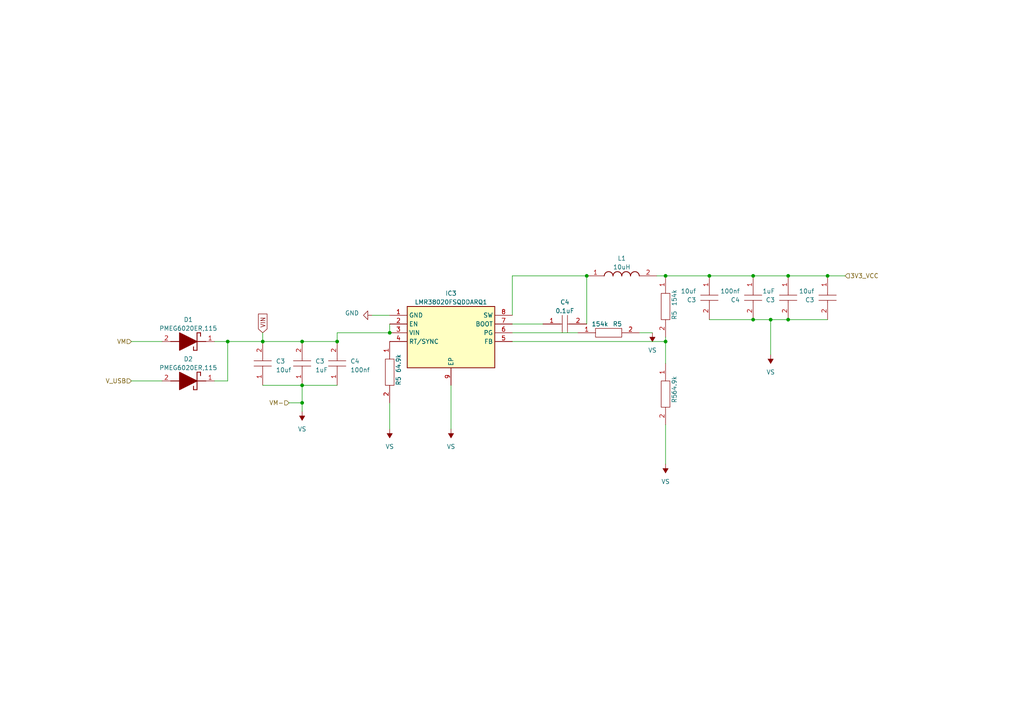
<source format=kicad_sch>
(kicad_sch (version 20230121) (generator eeschema)
  (paper "A4")
  (lib_symbols
    (symbol "SamacSys_Parts:0402B102K500NT" (pin_names (offset 0.762))
      (property "Reference" "C" (at 8.89 6.35 0))
      (property "Value" "0402B102K500NT" (at 8.89 3.81 0))
      (symbol "0402B102K500NT_0_0"
        (pin passive line (at 0 0 0) (length 5.08) (name "~") (number "1"))
        (pin passive line (at 12.7 0 180) (length 5.08) (name "~") (number "2"))
      )
      (symbol "0402B102K500NT_0_1"
        (polyline (pts (xy 5.08 0) (xy 5.588 0)) (stroke (width 0.1524)))
        (polyline (pts (xy 5.588 2.54) (xy 5.588 -2.54)) (stroke (width 0.1524)))
        (polyline (pts (xy 7.112 0) (xy 7.62 0)) (stroke (width 0.1524)))
        (polyline (pts (xy 7.112 2.54) (xy 7.112 -2.54)) (stroke (width 0.1524)))
      )
    )
    (symbol "SamacSys_Parts:IHLP2525CZER100M01" (pin_names hide)
      (property "Reference" "L" (at 16.51 6.35 0))
      (property "Value" "IHLP2525CZER100M01" (at 16.51 3.81 0))
      (symbol "IHLP2525CZER100M01_1_1"
        (arc (start 7.62 0) (mid 6.35 1.219) (end 5.08 0) (stroke (width 0.254)))
        (arc (start 10.16 0) (mid 8.89 1.219) (end 7.62 0) (stroke (width 0.254)))
        (arc (start 12.7 0) (mid 11.43 1.219) (end 10.16 0) (stroke (width 0.254)))
        (arc (start 15.24 0) (mid 13.97 1.219) (end 12.7 0) (stroke (width 0.254)))
        (pin passive line (at 0 0 0) (length 5.08) (name "1") (number "1"))
        (pin passive line (at 20.32 0 180) (length 5.08) (name "2") (number "2"))
      )
    )
    (symbol "SamacSys_Parts:LMR38020FSQDDARQ1"
      (property "Reference" "IC" (at 31.75 7.62 0))
      (property "Value" "LMR38020FSQDDARQ1" (at 31.75 5.08 0))
      (symbol "LMR38020FSQDDARQ1_1_1"
        (rectangle (start 5.08 2.54) (end 30.48 -15.24) (stroke (width 0.254)) (fill (type background)))
        (pin passive line (at 0 0 0) (length 5.08) (name "GND") (number "1"))
        (pin passive line (at 0 -2.54 0) (length 5.08) (name "EN") (number "2"))
        (pin passive line (at 0 -5.08 0) (length 5.08) (name "VIN") (number "3"))
        (pin passive line (at 0 -7.62 0) (length 5.08) (name "RT/SYNC") (number "4"))
        (pin passive line (at 35.56 -7.62 180) (length 5.08) (name "FB") (number "5"))
        (pin passive line (at 35.56 -5.08 180) (length 5.08) (name "PG") (number "6"))
        (pin passive line (at 35.56 -2.54 180) (length 5.08) (name "BOOT") (number "7"))
        (pin passive line (at 35.56 0 180) (length 5.08) (name "SW") (number "8"))
        (pin passive line (at 17.78 -20.32 90) (length 5.08) (name "EP") (number "9"))
      )
    )
    (symbol "SamacSys_Parts:PMEG6020ER,115" (pin_names hide)
      (property "Reference" "D" (at 12.7 8.89 0))
      (property "Value" "PMEG6020ER,115" (at 12.7 6.35 0))
      (symbol "PMEG6020ER,115_1_1"
        (polyline (pts (xy 5.08 0) (xy 7.62 0)) (stroke (width 0.254)))
        (polyline (pts (xy 6.604 -1.524) (xy 6.604 -2.54)) (stroke (width 0.254)))
        (polyline (pts (xy 7.62 -2.54) (xy 6.604 -2.54)) (stroke (width 0.254)))
        (polyline (pts (xy 7.62 2.54) (xy 7.62 -2.54)) (stroke (width 0.254)))
        (polyline (pts (xy 7.62 2.54) (xy 8.636 2.54)) (stroke (width 0.254)))
        (polyline (pts (xy 8.636 1.524) (xy 8.636 2.54)) (stroke (width 0.254)))
        (polyline (pts (xy 12.7 0) (xy 15.24 0)) (stroke (width 0.254)))
        (polyline (pts (xy 7.62 0) (xy 12.7 2.54) (xy 12.7 -2.54) (xy 7.62 0)) (stroke (width 0.254)) (fill (type outline)))
        (pin passive line (at 2.54 0 0) (length 2.54) (name "K") (number "1"))
        (pin passive line (at 17.78 0 180) (length 2.54) (name "A") (number "2"))
      )
    )
    (symbol "SamacSys_Parts:RMCF0603ZT0R00" (pin_names (offset 0.762))
      (property "Reference" "R" (at 13.97 6.35 0))
      (property "Value" "RMCF0603ZT0R00" (at 13.97 3.81 0))
      (symbol "RMCF0603ZT0R00_0_0"
        (pin passive line (at 0 0 0) (length 5.08) (name "~") (number "1"))
        (pin passive line (at 17.78 0 180) (length 5.08) (name "~") (number "2"))
      )
      (symbol "RMCF0603ZT0R00_0_1"
        (polyline (pts (xy 5.08 1.27) (xy 12.7 1.27) (xy 12.7 -1.27) (xy 5.08 -1.27) (xy 5.08 1.27)) (stroke (width 0.1524)))
      )
    )
    (symbol "power:GND" (power) (pin_names (offset 0))
      (property "Value" "GND" (at 0 -3.81 0))
      (symbol "GND_0_1"
        (polyline (pts (xy 0 0) (xy 0 -1.27) (xy 1.27 -1.27) (xy 0 -2.54) (xy -1.27 -1.27) (xy 0 -1.27)))
      )
      (symbol "GND_1_1"
        (pin power_in line (at 0 0 270) (length 0) hide (name "GND") (number "1"))
      )
    )
    (symbol "power:VS" (power) (pin_names (offset 0))
      (property "Value" "VS" (at 0 3.81 0))
      (symbol "VS_0_1"
        (polyline (pts (xy 0 0) (xy 0 2.54)))
        (polyline (pts (xy 0.762 1.27) (xy -0.762 1.27) (xy 0 2.54) (xy 0.762 1.27)) (fill (type outline)))
      )
      (symbol "VS_1_1"
        (pin power_in line (at 0 0 90) (length 0) hide (name "VS") (number "1"))
      )
    )
  )
  (junction (at 87.63 99.06))
  (junction (at 228.6 80.01))
  (junction (at 66.04 99.06))
  (junction (at 193.04 99.06))
  (junction (at 240.03 80.01))
  (junction (at 87.63 111.76))
  (junction (at 218.44 80.01))
  (junction (at 228.6 92.71))
  (junction (at 97.79 99.06))
  (junction (at 205.74 80.01))
  (junction (at 76.2 99.06))
  (junction (at 113.03 96.52))
  (junction (at 87.63 116.84))
  (junction (at 218.44 92.71))
  (junction (at 193.04 80.01))
  (junction (at 170.18 80.01))
  (junction (at 223.52 92.71))
  (wire (pts (xy 193.04 80.01) (xy 205.74 80.01)))
  (wire (pts (xy 223.52 92.71) (xy 223.52 102.87)))
  (wire (pts (xy 130.81 111.76) (xy 130.81 124.46)))
  (wire (pts (xy 87.63 116.84) (xy 87.63 119.38)))
  (wire (pts (xy 218.44 92.71) (xy 205.74 92.71)))
  (wire (pts (xy 76.2 96.52) (xy 76.2 99.06)))
  (wire (pts (xy 218.44 80.01) (xy 228.6 80.01)))
  (wire (pts (xy 83.82 116.84) (xy 87.63 116.84)))
  (wire (pts (xy 87.63 111.76) (xy 87.63 116.84)))
  (wire (pts (xy 190.5 80.01) (xy 193.04 80.01)))
  (wire (pts (xy 223.52 92.71) (xy 218.44 92.71)))
  (wire (pts (xy 113.03 91.44) (xy 107.95 91.44)))
  (wire (pts (xy 205.74 80.01) (xy 218.44 80.01)))
  (wire (pts (xy 97.79 96.52) (xy 113.03 96.52)))
  (wire (pts (xy 240.03 80.01) (xy 245.11 80.01)))
  (wire (pts (xy 66.04 99.06) (xy 76.2 99.06)))
  (wire (pts (xy 66.04 99.06) (xy 66.04 110.49)))
  (wire (pts (xy 148.59 80.01) (xy 170.18 80.01)))
  (wire (pts (xy 113.03 116.84) (xy 113.03 124.46)))
  (wire (pts (xy 38.1 110.49) (xy 46.99 110.49)))
  (wire (pts (xy 97.79 96.52) (xy 97.79 99.06)))
  (wire (pts (xy 76.2 111.76) (xy 87.63 111.76)))
  (wire (pts (xy 87.63 99.06) (xy 97.79 99.06)))
  (wire (pts (xy 148.59 91.44) (xy 148.59 80.01)))
  (wire (pts (xy 76.2 99.06) (xy 87.63 99.06)))
  (wire (pts (xy 62.23 99.06) (xy 66.04 99.06)))
  (wire (pts (xy 38.1 99.06) (xy 46.99 99.06)))
  (wire (pts (xy 228.6 92.71) (xy 223.52 92.71)))
  (wire (pts (xy 113.03 96.52) (xy 113.03 93.98)))
  (wire (pts (xy 66.04 110.49) (xy 62.23 110.49)))
  (wire (pts (xy 170.18 80.01) (xy 170.18 93.98)))
  (wire (pts (xy 185.42 96.52) (xy 189.23 96.52)))
  (wire (pts (xy 148.59 96.52) (xy 167.64 96.52)))
  (wire (pts (xy 148.59 99.06) (xy 193.04 99.06)))
  (wire (pts (xy 193.04 99.06) (xy 193.04 105.41)))
  (wire (pts (xy 228.6 80.01) (xy 240.03 80.01)))
  (wire (pts (xy 240.03 92.71) (xy 228.6 92.71)))
  (wire (pts (xy 193.04 97.79) (xy 193.04 99.06)))
  (wire (pts (xy 87.63 111.76) (xy 97.79 111.76)))
  (wire (pts (xy 193.04 123.19) (xy 193.04 134.62)))
  (wire (pts (xy 148.59 93.98) (xy 157.48 93.98)))
  (global_label "VIN" (shape input) (at 76.2 96.52 90) (property "Intersheetrefs" "${INTERSHEET_REFS}" (effects hide)))
  (hierarchical_label "VM" (shape input) (at 38.1 99.06 180) (property "Intersheetrefs" "${INTERSHEET_REFS}" (effects hide)))
  (hierarchical_label "VM-" (shape input) (at 83.82 116.84 180) (property "Intersheetrefs" "${INTERSHEET_REFS}" (effects hide)))
  (hierarchical_label "3V3_VCC" (shape input) (at 245.11 80.01 0))
  (hierarchical_label "V_USB" (shape input) (at 38.1 110.49 180) (property "Intersheetrefs" "${INTERSHEET_REFS}" (effects hide)))
  (symbol (lib_id "SamacSys_Parts:0402B102K500NT") (at 205.74 80.01 270) (unit 1)
    (property "Reference" "C3" (at 201.93 86.995 90) (effects (justify right)))
    (property "Value" "10uf" (at 201.93 84.455 90) (effects (justify right)))
    (property "Footprint" "Capacitor_SMD:C_0603_1608Metric_Pad1.08x0.95mm_HandSolder" (effects hide))
    (property "Height" "0.55" (effects hide))
    (property "Mouser Part Number" "1276-1102-1-ND" (effects hide))
    (property "Digi-Key_PN" "1276-1102-1-ND" (effects hide))
    (property "LCSC Part Number" "C96446" (effects hide))
    (property "MPN" "C96446" (effects hide))
    (instances (project "Buck_Boost" (path "" (reference "C3") (unit 1))) (project "IntegratedStepper" (path "" (reference "C7") (unit 1))) (project "Dot-LED" (path "" (reference "C3") (unit 1)) (path "" (reference "C15") (unit 1))))
  )
  (symbol (lib_id "SamacSys_Parts:PMEG6020ER,115") (at 64.77 99.06 180) (unit 1)
    (property "Reference" "D1" (at 54.61 92.71 0))
    (property "Value" "PMEG6020ER,115" (at 54.61 95.25 0))
    (property "Footprint" "PMEG6020ER115" (effects hide))
    (property "Datasheet" "https://assets.nexperia.com/documents/data-sheet/PMEG6020ER.pdf" (effects hide))
    (property "Height" "1.1" (effects hide))
    (property "Mouser Part Number" "771-PMEG6020ER-115" (effects hide))
    (property "Mouser Price/Stock" "https://www.mouser.co.uk/ProductDetail/Nexperia/PMEG6020ER115?qs=5DYmZrWuUErk3dU9e9SSpA%3D%3D" (effects hide))
    (property "Manufacturer_Name" "Nexperia" (effects hide))
    (property "Manufacturer_Part_Number" "PMEG6020ER,115" (effects hide))
  )
  (symbol (lib_id "SamacSys_Parts:0402B102K500NT") (at 76.2 111.76 90) (unit 1)
    (property "Reference" "C3" (at 80.01 104.775 90) (effects (justify right)))
    (property "Value" "10uf" (at 80.01 107.315 90) (effects (justify right)))
    (property "Footprint" "Capacitor_SMD:C_0603_1608Metric_Pad1.08x0.95mm_HandSolder" (effects hide))
    (property "Height" "0.55" (effects hide))
    (property "Mouser Part Number" "1276-1102-1-ND" (effects hide))
    (property "Digi-Key_PN" "1276-1102-1-ND" (effects hide))
    (property "LCSC Part Number" "C96446" (effects hide))
    (property "MPN" "C96446" (effects hide))
    (instances (project "Buck_Boost" (path "" (reference "C3") (unit 1))) (project "IntegratedStepper" (path "" (reference "C4") (unit 1))) (project "Dot-LED" (path "" (reference "C3") (unit 1)) (path "" (reference "C16") (unit 1))))
  )
  (symbol (lib_id "SamacSys_Parts:RMCF0603ZT0R00") (at 193.04 80.01 270) (unit 1)
    (property "Reference" "R5" (at 195.58 91.44 0))
    (property "Value" "154k" (at 195.58 86.36 0))
    (property "Footprint" "RESC1608X55N" (effects hide))
    (property "Description" "RES, 0603, Jumper" (effects hide))
    (property "Height" "0.55" (effects hide))
    (property "Arrow Part Number" "RMCF0603ZT0R00" (effects hide))
    (property "Arrow Price/Stock" "https://www.arrow.com/en/products/rmcf0603zt0r00/stackpole-electronics?region=nac" (effects hide))
    (property "LCSC Part Number" "C3016414" (effects hide))
    (property "MPN" "C3016414" (effects hide))
    (instances (project "Buck_Boost" (path "" (reference "R5") (unit 1))) (project "IntegratedStepper" (path "" (reference "R2") (unit 1))) (project "Dot-LED" (path "" (reference "R5") (unit 1)) (path "" (reference "R6") (unit 1))))
  )
  (symbol (lib_id "power:VS") (at 189.23 96.52 180) (unit 1)
    (property "Reference" "#PWR02" (effects hide))
    (property "Value" "VM-" (at 189.23 101.6 0))
    (instances (project "IntegratedStepper" (path "" (reference "#PWR02") (unit 1)) (path "" (reference "#PWR013") (unit 1))))
  )
  (symbol (lib_id "SamacSys_Parts:0402B102K500NT") (at 157.48 93.98 0) (unit 1)
    (property "Reference" "C4" (at 163.83 87.63 0))
    (property "Value" "0.1uF" (at 163.83 90.17 0))
    (property "Footprint" "Capacitor_SMD:C_0603_1608Metric_Pad1.08x0.95mm_HandSolder" (effects hide))
    (property "Height" "0.55" (effects hide))
    (property "LCSC Part Number" "C14663" (effects hide))
    (property "MPN" "C14663" (effects hide))
    (instances (project "Buck_Boost" (path "" (reference "C4") (unit 1))) (project "IntegratedStepper" (path "" (reference "C11") (unit 1))) (project "Dot-LED" (path "" (reference "C4") (unit 1)) (path "" (reference "C13") (unit 1))))
  )
  (symbol (lib_id "power:VS") (at 193.04 134.62 180) (unit 1)
    (property "Reference" "#PWR02" (effects hide))
    (property "Value" "VM-" (at 193.04 139.7 0))
    (instances (project "IntegratedStepper" (path "" (reference "#PWR02") (unit 1)) (path "" (reference "#PWR012") (unit 1))))
  )
  (symbol (lib_id "SamacSys_Parts:RMCF0603ZT0R00") (at 167.64 96.52 0) (unit 1)
    (property "Reference" "R5" (at 179.07 93.98 0))
    (property "Value" "154k" (at 173.99 93.98 0))
    (property "Footprint" "RESC1608X55N" (effects hide))
    (property "Description" "RES, 0603, Jumper" (effects hide))
    (property "Height" "0.55" (effects hide))
    (property "Arrow Part Number" "RMCF0603ZT0R00" (effects hide))
    (property "Arrow Price/Stock" "https://www.arrow.com/en/products/rmcf0603zt0r00/stackpole-electronics?region=nac" (effects hide))
    (property "LCSC Part Number" "C3016414" (effects hide))
    (property "MPN" "C3016414" (effects hide))
    (instances (project "Buck_Boost" (path "" (reference "R5") (unit 1))) (project "IntegratedStepper" (path "" (reference "R5") (unit 1))) (project "Dot-LED" (path "" (reference "R5") (unit 1)) (path "" (reference "R6") (unit 1))))
  )
  (symbol (lib_id "SamacSys_Parts:0402B102K500NT") (at 240.03 80.01 270) (unit 1)
    (property "Reference" "C3" (at 236.22 86.995 90) (effects (justify right)))
    (property "Value" "10uf" (at 236.22 84.455 90) (effects (justify right)))
    (property "Footprint" "Capacitor_SMD:C_0603_1608Metric_Pad1.08x0.95mm_HandSolder" (effects hide))
    (property "Height" "0.55" (effects hide))
    (property "Mouser Part Number" "1276-1102-1-ND" (effects hide))
    (property "Digi-Key_PN" "1276-1102-1-ND" (effects hide))
    (property "LCSC Part Number" "C96446" (effects hide))
    (property "MPN" "C96446" (effects hide))
    (instances (project "Buck_Boost" (path "" (reference "C3") (unit 1))) (project "IntegratedStepper" (path "" (reference "C10") (unit 1))) (project "Dot-LED" (path "" (reference "C3") (unit 1)) (path "" (reference "C14") (unit 1))))
  )
  (symbol (lib_id "SamacSys_Parts:IHLP2525CZER100M01") (at 170.18 80.01 0) (unit 1)
    (property "Reference" "L1" (at 180.34 74.93 0))
    (property "Value" "10uH" (at 180.34 77.47 0))
    (property "Footprint" "SamacSys_Parts:INDPM6965X300N" (effects hide))
    (property "Datasheet" "https://www.vishay.com/docs/34104/ihlp-2525cz-01.pdf" (effects hide))
    (property "Height" "3" (effects hide))
    (property "Mouser Part Number" "70-IHLP2525CZER100M0" (effects hide))
    (property "Mouser Price/Stock" "https://www.mouser.co.uk/ProductDetail/Vishay-Dale/IHLP2525CZER100M01?qs=PA%252BPfIdQ8xl3JLrMc5InbA%3D%3D" (effects hide))
    (property "Manufacturer_Name" "Vishay" (effects hide))
    (property "Manufacturer_Part_Number" "IHLP2525CZER100M01" (effects hide))
  )
  (symbol (lib_id "power:VS") (at 223.52 102.87 180) (unit 1)
    (property "Reference" "#PWR02" (effects hide))
    (property "Value" "VM-" (at 223.52 107.95 0))
    (instances (project "IntegratedStepper" (path "" (reference "#PWR02") (unit 1)) (path "" (reference "#PWR010") (unit 1))))
  )
  (symbol (lib_id "SamacSys_Parts:PMEG6020ER,115") (at 64.77 110.49 180) (unit 1)
    (property "Reference" "D2" (at 54.61 104.14 0))
    (property "Value" "PMEG6020ER,115" (at 54.61 106.68 0))
    (property "Footprint" "PMEG6020ER115" (effects hide))
    (property "Datasheet" "https://assets.nexperia.com/documents/data-sheet/PMEG6020ER.pdf" (effects hide))
    (property "Height" "1.1" (effects hide))
    (property "Mouser Part Number" "771-PMEG6020ER-115" (effects hide))
    (property "Mouser Price/Stock" "https://www.mouser.co.uk/ProductDetail/Nexperia/PMEG6020ER115?qs=5DYmZrWuUErk3dU9e9SSpA%3D%3D" (effects hide))
    (property "Manufacturer_Name" "Nexperia" (effects hide))
    (property "Manufacturer_Part_Number" "PMEG6020ER,115" (effects hide))
  )
  (symbol (lib_id "power:VS") (at 130.81 124.46 180) (unit 1)
    (property "Reference" "#PWR02" (effects hide))
    (property "Value" "VM-" (at 130.81 129.54 0))
    (instances (project "IntegratedStepper" (path "" (reference "#PWR02") (unit 1)) (path "" (reference "#PWR011") (unit 1))))
  )
  (symbol (lib_id "SamacSys_Parts:0402B102K500NT") (at 228.6 80.01 270) (unit 1)
    (property "Reference" "C3" (at 224.79 86.995 90) (effects (justify right)))
    (property "Value" "1uF" (at 224.79 84.455 90) (effects (justify right)))
    (property "Footprint" "Capacitor_SMD:C_0603_1608Metric_Pad1.08x0.95mm_HandSolder" (effects hide))
    (property "Datasheet" "https://mm.digikey.com/Volume0/opasdata/d220001/medias/docus/609/CL10A105KA8NNNC_Spec.pdf" (effects hide))
    (property "Description" "CAP CER 1UF 25V X5R 0603" (effects hide))
    (property "Height" "0.55" (effects hide))
    (property "Manufacturer_Name" "YAGEO" (effects hide))
    (property "Manufacturer_Part_Number" "CL10A105KA8NNNC" (effects hide))
    (property "Mouser Part Number" "1276-1102-1-ND" (effects hide))
    (property "Digi-Key_PN" "1276-1102-1-ND" (effects hide))
    (property "LCSC Part Number" "C15849" (effects hide))
    (property "MPN" "C15849" (effects hide))
    (instances (project "Buck_Boost" (path "" (reference "C3") (unit 1))) (project "IntegratedStepper" (path "" (reference "C9") (unit 1))) (project "Dot-LED" (path "" (reference "C3") (unit 1)) (path "" (reference "C12") (unit 1))))
  )
  (symbol (lib_id "SamacSys_Parts:RMCF0603ZT0R00") (at 113.03 99.06 270) (unit 1)
    (property "Reference" "R5" (at 115.57 110.49 0))
    (property "Value" "64.9k" (at 115.57 105.41 0))
    (property "Footprint" "RESC1608X55N" (effects hide))
    (property "Description" "RES, 0603, Jumper" (effects hide))
    (property "Height" "0.55" (effects hide))
    (property "Arrow Part Number" "RMCF0603ZT0R00" (effects hide))
    (property "Arrow Price/Stock" "https://www.arrow.com/en/products/rmcf0603zt0r00/stackpole-electronics?region=nac" (effects hide))
    (property "LCSC Part Number" "C3016414" (effects hide))
    (property "MPN" "C3016414" (effects hide))
    (instances (project "Buck_Boost" (path "" (reference "R5") (unit 1))) (project "IntegratedStepper" (path "" (reference "R4") (unit 1))) (project "Dot-LED" (path "" (reference "R5") (unit 1)) (path "" (reference "R6") (unit 1))))
  )
  (symbol (lib_id "power:VS") (at 113.03 124.46 180) (unit 1)
    (property "Reference" "#PWR02" (effects hide))
    (property "Value" "VM-" (at 113.03 129.54 0))
    (instances (project "IntegratedStepper" (path "" (reference "#PWR02") (unit 1)) (path "" (reference "#PWR015") (unit 1))))
  )
  (symbol (lib_id "SamacSys_Parts:LMR38020FSQDDARQ1") (at 113.03 91.44 0) (unit 1)
    (property "Reference" "IC3" (at 130.81 85.09 0))
    (property "Value" "LMR38020FSQDDARQ1" (at 130.81 87.63 0))
    (property "Footprint" "SOIC127P600X170-9N" (effects hide))
    (property "Datasheet" "https://www.ti.com/lit/gpn/LMR38010" (effects hide))
    (property "Height" "1.7" (effects hide))
    (property "Mouser Part Number" "595-MR38020FSQDDARQ1" (effects hide))
    (property "Mouser Price/Stock" "https://www.mouser.co.uk/ProductDetail/Texas-Instruments/LMR38020FSQDDARQ1?qs=ulEaXIWI0c9yq0Uk8ysL6g%3D%3D" (effects hide))
    (property "Manufacturer_Name" "Texas Instruments" (effects hide))
    (property "Manufacturer_Part_Number" "LMR38020FSQDDARQ1" (effects hide))
  )
  (symbol (lib_id "power:GND") (at 107.95 91.44 270) (unit 1)
    (property "Reference" "#PWR01" (effects hide))
    (property "Value" "GND" (at 104.14 90.805 90) (effects (justify right)))
    (instances (project "Buck_Boost" (path "" (reference "#PWR01") (unit 1))) (project "IntegratedStepper" (path "" (reference "#PWR09") (unit 1))) (project "Dot-LED" (path "" (reference "#PWR01") (unit 1))))
  )
  (symbol (lib_id "power:VS") (at 87.63 119.38 180) (unit 1)
    (property "Reference" "#PWR02" (effects hide))
    (property "Value" "VM-" (at 87.63 124.46 0))
    (instances (project "IntegratedStepper" (path "" (reference "#PWR02") (unit 1)) (path "" (reference "#PWR08") (unit 1))))
  )
  (symbol (lib_id "SamacSys_Parts:RMCF0603ZT0R00") (at 193.04 105.41 270) (unit 1)
    (property "Reference" "R5" (at 195.58 115.57 0))
    (property "Value" "64.9k" (at 195.58 111.76 0))
    (property "Footprint" "RESC1608X55N" (effects hide))
    (property "Description" "RES, 0603, Jumper" (effects hide))
    (property "Height" "0.55" (effects hide))
    (property "Arrow Part Number" "RMCF0603ZT0R00" (effects hide))
    (property "Arrow Price/Stock" "https://www.arrow.com/en/products/rmcf0603zt0r00/stackpole-electronics?region=nac" (effects hide))
    (property "LCSC Part Number" "C101235" (effects hide))
    (property "MPN" "C101235" (effects hide))
    (instances (project "Buck_Boost" (path "" (reference "R5") (unit 1))) (project "IntegratedStepper" (path "" (reference "R3") (unit 1))) (project "Dot-LED" (path "" (reference "R5") (unit 1)) (path "" (reference "R7") (unit 1))))
  )
  (symbol (lib_id "SamacSys_Parts:0402B102K500NT") (at 218.44 80.01 270) (unit 1)
    (property "Reference" "C4" (at 214.63 86.995 90) (effects (justify right)))
    (property "Value" "100nf" (at 214.63 84.455 90) (effects (justify right)))
    (property "Footprint" "Capacitor_SMD:C_0603_1608Metric_Pad1.08x0.95mm_HandSolder" (effects hide))
    (property "Height" "0.55" (effects hide))
    (property "LCSC Part Number" "C14663" (effects hide))
    (property "MPN" "C14663" (effects hide))
    (instances (project "Buck_Boost" (path "" (reference "C4") (unit 1))) (project "IntegratedStepper" (path "" (reference "C8") (unit 1))) (project "Dot-LED" (path "" (reference "C4") (unit 1)) (path "" (reference "C13") (unit 1))))
  )
  (symbol (lib_id "SamacSys_Parts:0402B102K500NT") (at 97.79 111.76 90) (unit 1)
    (property "Reference" "C4" (at 101.6 104.775 90) (effects (justify right)))
    (property "Value" "100nf" (at 101.6 107.315 90) (effects (justify right)))
    (property "Footprint" "Capacitor_SMD:C_0603_1608Metric_Pad1.08x0.95mm_HandSolder" (effects hide))
    (property "Height" "0.55" (effects hide))
    (property "LCSC Part Number" "C14663" (effects hide))
    (property "MPN" "C14663" (effects hide))
    (instances (project "Buck_Boost" (path "" (reference "C4") (unit 1))) (project "IntegratedStepper" (path "" (reference "C6") (unit 1))) (project "Dot-LED" (path "" (reference "C4") (unit 1)) (path "" (reference "C18") (unit 1))))
  )
  (symbol (lib_id "SamacSys_Parts:0402B102K500NT") (at 87.63 111.76 90) (unit 1)
    (property "Reference" "C3" (at 91.44 104.775 90) (effects (justify right)))
    (property "Value" "1uF" (at 91.44 107.315 90) (effects (justify right)))
    (property "Footprint" "Capacitor_SMD:C_0603_1608Metric_Pad1.08x0.95mm_HandSolder" (effects hide))
    (property "Datasheet" "https://mm.digikey.com/Volume0/opasdata/d220001/medias/docus/609/CL10A105KA8NNNC_Spec.pdf" (effects hide))
    (property "Description" "CAP CER 1UF 25V X5R 0603" (effects hide))
    (property "Height" "0.55" (effects hide))
    (property "Manufacturer_Name" "YAGEO" (effects hide))
    (property "Manufacturer_Part_Number" "CL10A105KA8NNNC" (effects hide))
    (property "Mouser Part Number" "1276-1102-1-ND" (effects hide))
    (property "Digi-Key_PN" "1276-1102-1-ND" (effects hide))
    (property "LCSC Part Number" "C15849" (effects hide))
    (property "MPN" "C15849" (effects hide))
    (instances (project "Buck_Boost" (path "" (reference "C3") (unit 1))) (project "IntegratedStepper" (path "" (reference "C5") (unit 1))) (project "Dot-LED" (path "" (reference "C3") (unit 1)) (path "" (reference "C17") (unit 1))))
  )
)
</source>
